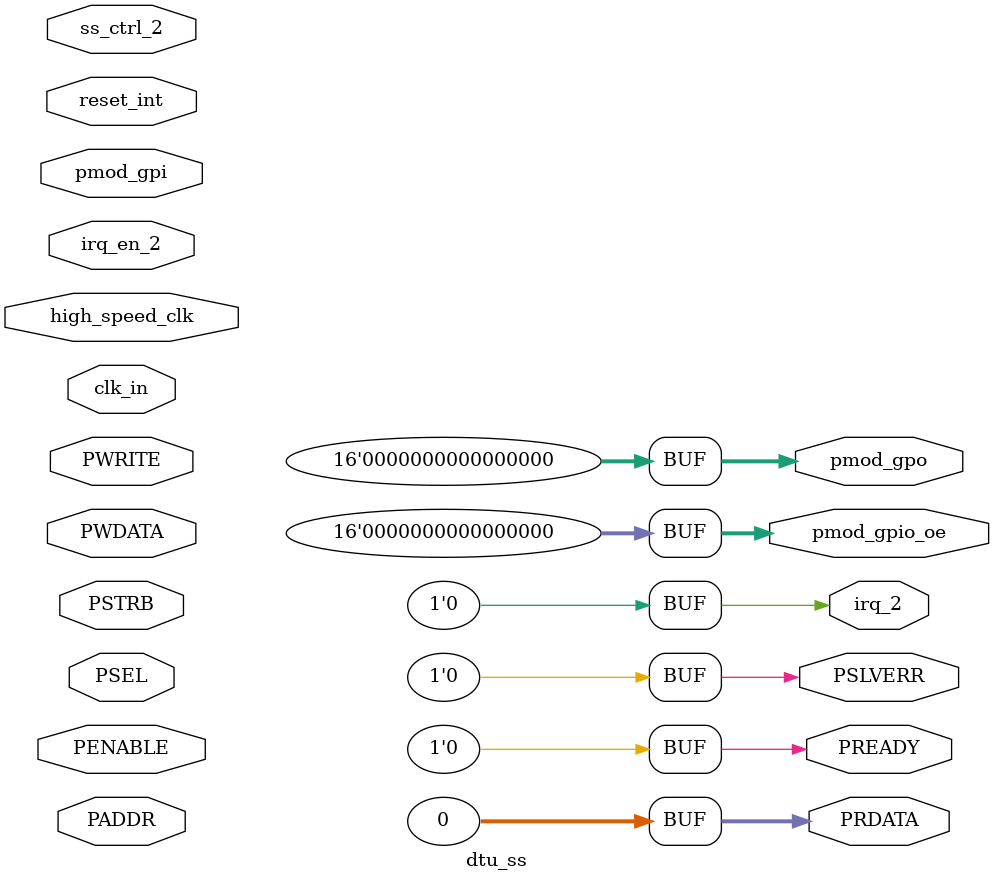
<source format=sv>
/*
  Contributors:
    * Matti Käyrä (matti.kayra@tuni.fi)
  Description:
    * integration tieoff
*/

module dtu_ss(
    // Interface: APB
    input  logic [31:0] PADDR,
    input  logic        PENABLE,
    input  logic        PSEL,
    input  logic [31:0] PWDATA,
    input  logic        PWRITE,
    input  logic  [3:0] PSTRB,
    output logic [31:0] PRDATA,
    output logic        PREADY,
    output logic        PSLVERR,

    // Interface: Clock
    input  logic        clk_in,

    // Interface: high_speed_clock
    input  logic        high_speed_clk,

    // Interface: IRQ
    output logic        irq_2,

    // Interface: Reset
    input  logic        reset_int,

    // Interface: SS_Ctrl
    input  logic        irq_en_2,
    input  logic [7:0]  ss_ctrl_2,

    //Interface: GPIO pmod 0
    input  logic [15:0]  pmod_gpi,
    output logic [15:0]  pmod_gpo,
    output logic [15:0]  pmod_gpio_oe

);

// WARNING: EVERYTHING ON AND ABOVE THIS LINE MAY BE OVERWRITTEN BY KACTUS2!!!

  assign PSLVERR = 'd0;
  assign PREADY  = 'd0;
  assign PRDATA  = 'd0;
  assign irq_2   = 'd0;

  assign pmod_gpo     = 'h0;
  assign pmod_gpio_oe = 'h0;


endmodule

</source>
